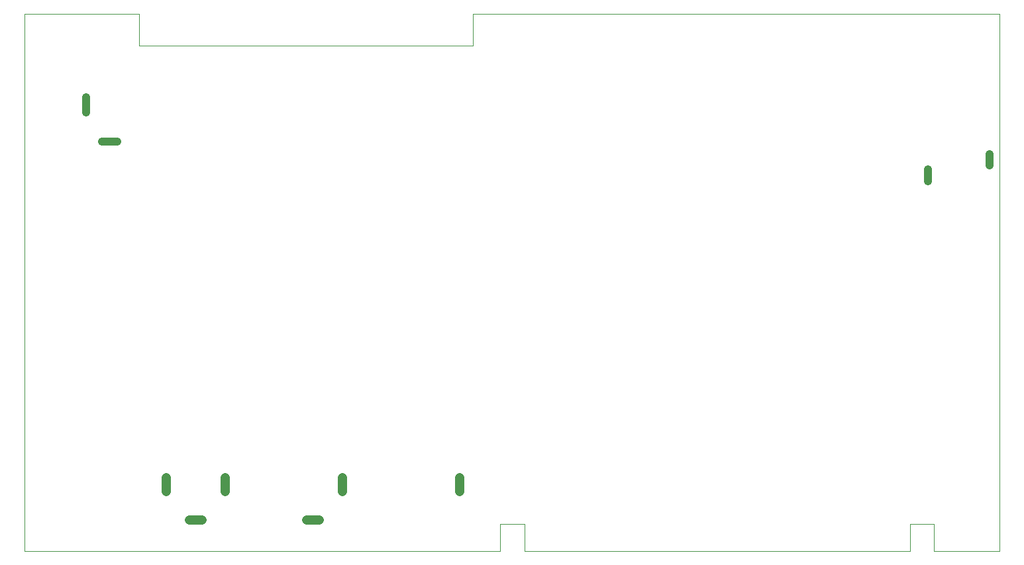
<source format=gbr>
G04 #@! TF.GenerationSoftware,KiCad,Pcbnew,7.0.5+dfsg-2*
G04 #@! TF.CreationDate,2023-07-13T13:36:21+03:00*
G04 #@! TF.ProjectId,ossc_board,6f737363-5f62-46f6-9172-642e6b696361,rev?*
G04 #@! TF.SameCoordinates,Original*
G04 #@! TF.FileFunction,Profile,NP*
%FSLAX46Y46*%
G04 Gerber Fmt 4.6, Leading zero omitted, Abs format (unit mm)*
G04 Created by KiCad (PCBNEW 7.0.5+dfsg-2) date 2023-07-13 13:36:21*
%MOMM*%
%LPD*%
G01*
G04 APERTURE LIST*
G04 #@! TA.AperFunction,Profile*
%ADD10C,1.000000*%
G04 #@! TD*
G04 #@! TA.AperFunction,Profile*
%ADD11C,1.200000*%
G04 #@! TD*
G04 #@! TA.AperFunction,Profile*
%ADD12C,0.100000*%
G04 #@! TD*
G04 APERTURE END LIST*
D10*
X17202000Y-33348000D02*
X19202000Y-33348000D01*
D11*
X47946000Y-76376000D02*
X47946000Y-78176000D01*
D12*
X64678900Y-17018000D02*
X64678900Y-21055700D01*
X7368000Y-85764000D02*
X7368000Y-17018000D01*
X64678900Y-17018000D02*
X131934000Y-17018000D01*
D11*
X32946000Y-76376000D02*
X32946000Y-78176000D01*
D10*
X130698000Y-34926000D02*
X130698000Y-36426000D01*
D12*
X123550000Y-85764000D02*
X131934000Y-85764000D01*
X22022800Y-21055700D02*
X22022800Y-17018000D01*
D11*
X25446000Y-76376000D02*
X25446000Y-78176000D01*
D12*
X68165000Y-85764000D02*
X7368000Y-85764000D01*
X68165000Y-82250000D02*
X68165000Y-85764000D01*
X123550000Y-85764000D02*
X123550000Y-82248000D01*
X120491000Y-82248000D02*
X120491000Y-85764000D01*
X71244000Y-82250000D02*
X68165000Y-82250000D01*
X120491000Y-85764000D02*
X71244000Y-85764000D01*
X131934000Y-17018000D02*
X131934000Y-85764000D01*
D10*
X122798000Y-36926000D02*
X122798000Y-38426000D01*
D12*
X71244000Y-85764000D02*
X71244000Y-82250000D01*
X22022800Y-17018000D02*
X7368000Y-17018000D01*
D11*
X43386000Y-81776200D02*
X45006000Y-81776200D01*
D10*
X15202660Y-27649000D02*
X15202660Y-29649000D01*
D11*
X28386000Y-81776200D02*
X30006000Y-81776200D01*
D12*
X123550000Y-82248000D02*
X120491000Y-82248000D01*
X64678900Y-21055700D02*
X22022800Y-21055700D01*
D11*
X62946000Y-76376000D02*
X62946000Y-78176000D01*
M02*

</source>
